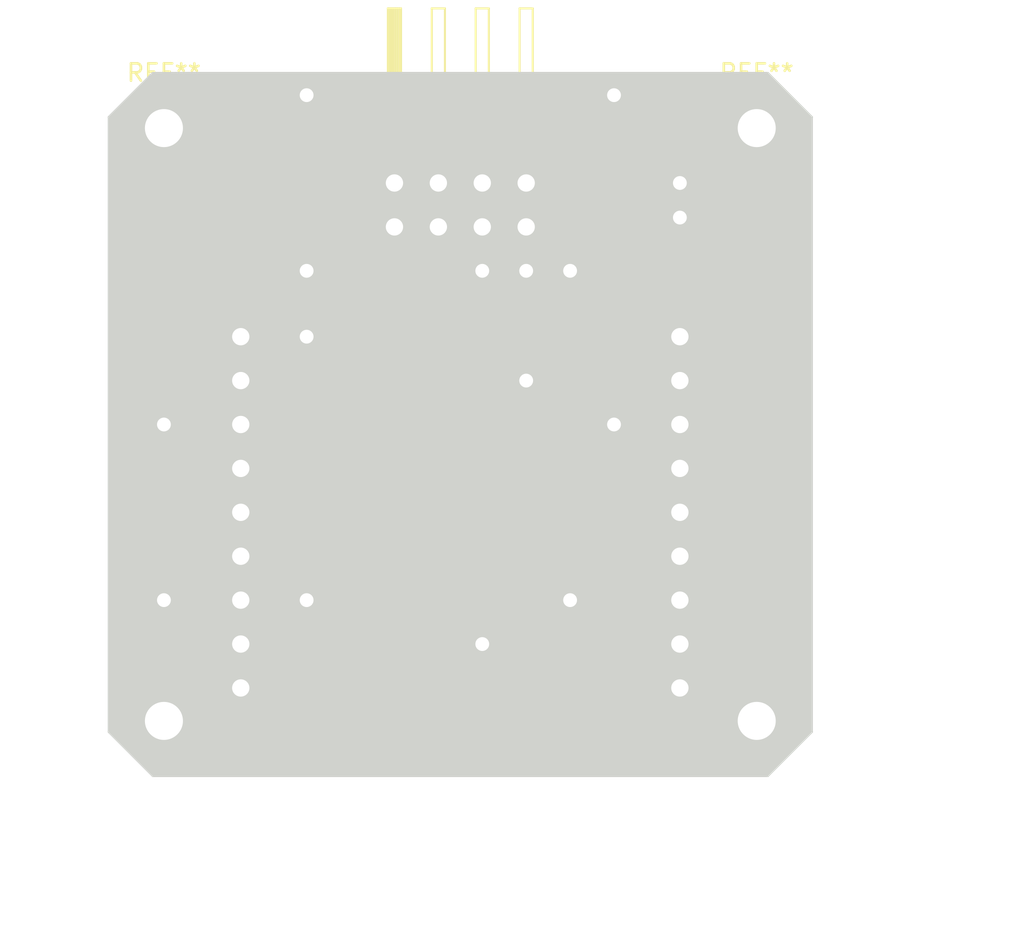
<source format=kicad_pcb>
(kicad_pcb (version 20171130) (host pcbnew "(5.0.0-3-g5ebb6b6)")

  (general
    (thickness 1.6)
    (drawings 12)
    (tracks 69)
    (zones 0)
    (modules 10)
    (nets 9)
  )

  (page A4)
  (layers
    (0 F.Cu signal)
    (31 B.Cu signal)
    (32 B.Adhes user)
    (33 F.Adhes user)
    (34 B.Paste user)
    (35 F.Paste user)
    (36 B.SilkS user)
    (37 F.SilkS user)
    (38 B.Mask user)
    (39 F.Mask user)
    (40 Dwgs.User user)
    (41 Cmts.User user)
    (42 Eco1.User user)
    (43 Eco2.User user)
    (44 Edge.Cuts user)
    (45 Margin user)
    (46 B.CrtYd user)
    (47 F.CrtYd user)
    (48 B.Fab user)
    (49 F.Fab user)
  )

  (setup
    (last_trace_width 0.635)
    (trace_clearance 0.3)
    (zone_clearance 0.508)
    (zone_45_only no)
    (trace_min 0.2)
    (segment_width 0.2)
    (edge_width 0.15)
    (via_size 1.6)
    (via_drill 0.8)
    (via_min_size 0.4)
    (via_min_drill 0.3)
    (uvia_size 0.3)
    (uvia_drill 0.1)
    (uvias_allowed no)
    (uvia_min_size 0.2)
    (uvia_min_drill 0.1)
    (pcb_text_width 0.3)
    (pcb_text_size 1.5 1.5)
    (mod_edge_width 0.15)
    (mod_text_size 1 1)
    (mod_text_width 0.15)
    (pad_size 1.524 1.524)
    (pad_drill 0.762)
    (pad_to_mask_clearance 0.2)
    (aux_axis_origin 88.9 114.3)
    (visible_elements FFFDFF7F)
    (pcbplotparams
      (layerselection 0x01000_fffffffe)
      (usegerberextensions false)
      (usegerberattributes false)
      (usegerberadvancedattributes false)
      (creategerberjobfile false)
      (excludeedgelayer true)
      (linewidth 0.100000)
      (plotframeref false)
      (viasonmask false)
      (mode 1)
      (useauxorigin true)
      (hpglpennumber 1)
      (hpglpenspeed 20)
      (hpglpendiameter 15.000000)
      (psnegative false)
      (psa4output false)
      (plotreference true)
      (plotvalue true)
      (plotinvisibletext false)
      (padsonsilk false)
      (subtractmaskfromsilk false)
      (outputformat 1)
      (mirror false)
      (drillshape 0)
      (scaleselection 1)
      (outputdirectory "./"))
  )

  (net 0 "")
  (net 1 GND)
  (net 2 RST_21002)
  (net 3 INT2_21002)
  (net 4 INT1_21002)
  (net 5 INT2_8700)
  (net 6 INT1_8700)
  (net 7 SDA)
  (net 8 SCL)

  (net_class Default "This is the default net class."
    (clearance 0.3)
    (trace_width 0.635)
    (via_dia 1.6)
    (via_drill 0.8)
    (uvia_dia 0.3)
    (uvia_drill 0.1)
    (add_net GND)
    (add_net INT1_21002)
    (add_net INT1_8700)
    (add_net INT2_21002)
    (add_net INT2_8700)
    (add_net RST_21002)
    (add_net SCL)
    (add_net SDA)
  )

  (module Capacitors_THT:CP_Radial_D5.0mm_P2.00mm (layer F.Cu) (tedit 597BC7C2) (tstamp 5B635839)
    (at 121.92 80.01 270)
    (descr "CP, Radial series, Radial, pin pitch=2.00mm, , diameter=5mm, Electrolytic Capacitor")
    (tags "CP Radial series Radial pin pitch 2.00mm  diameter 5mm Electrolytic Capacitor")
    (path /5B6664FA)
    (fp_text reference C1 (at 1 -3.81 270) (layer F.SilkS)
      (effects (font (size 1 1) (thickness 0.15)))
    )
    (fp_text value 1u (at 1 3.81 270) (layer F.Fab)
      (effects (font (size 1 1) (thickness 0.15)))
    )
    (fp_text user %R (at 1 0 270) (layer F.Fab)
      (effects (font (size 1 1) (thickness 0.15)))
    )
    (fp_line (start 3.85 -2.85) (end -1.85 -2.85) (layer F.CrtYd) (width 0.05))
    (fp_line (start 3.85 2.85) (end 3.85 -2.85) (layer F.CrtYd) (width 0.05))
    (fp_line (start -1.85 2.85) (end 3.85 2.85) (layer F.CrtYd) (width 0.05))
    (fp_line (start -1.85 -2.85) (end -1.85 2.85) (layer F.CrtYd) (width 0.05))
    (fp_line (start -1.6 -0.65) (end -1.6 0.65) (layer F.SilkS) (width 0.12))
    (fp_line (start -2.2 0) (end -1 0) (layer F.SilkS) (width 0.12))
    (fp_line (start 3.561 -0.354) (end 3.561 0.354) (layer F.SilkS) (width 0.12))
    (fp_line (start 3.521 -0.559) (end 3.521 0.559) (layer F.SilkS) (width 0.12))
    (fp_line (start 3.481 -0.707) (end 3.481 0.707) (layer F.SilkS) (width 0.12))
    (fp_line (start 3.441 -0.829) (end 3.441 0.829) (layer F.SilkS) (width 0.12))
    (fp_line (start 3.401 -0.934) (end 3.401 0.934) (layer F.SilkS) (width 0.12))
    (fp_line (start 3.361 -1.028) (end 3.361 1.028) (layer F.SilkS) (width 0.12))
    (fp_line (start 3.321 -1.112) (end 3.321 1.112) (layer F.SilkS) (width 0.12))
    (fp_line (start 3.281 -1.189) (end 3.281 1.189) (layer F.SilkS) (width 0.12))
    (fp_line (start 3.241 -1.261) (end 3.241 1.261) (layer F.SilkS) (width 0.12))
    (fp_line (start 3.201 -1.327) (end 3.201 1.327) (layer F.SilkS) (width 0.12))
    (fp_line (start 3.161 -1.39) (end 3.161 1.39) (layer F.SilkS) (width 0.12))
    (fp_line (start 3.121 -1.448) (end 3.121 1.448) (layer F.SilkS) (width 0.12))
    (fp_line (start 3.081 -1.504) (end 3.081 1.504) (layer F.SilkS) (width 0.12))
    (fp_line (start 3.041 -1.556) (end 3.041 1.556) (layer F.SilkS) (width 0.12))
    (fp_line (start 3.001 -1.606) (end 3.001 1.606) (layer F.SilkS) (width 0.12))
    (fp_line (start 2.961 0.98) (end 2.961 1.654) (layer F.SilkS) (width 0.12))
    (fp_line (start 2.961 -1.654) (end 2.961 -0.98) (layer F.SilkS) (width 0.12))
    (fp_line (start 2.921 0.98) (end 2.921 1.699) (layer F.SilkS) (width 0.12))
    (fp_line (start 2.921 -1.699) (end 2.921 -0.98) (layer F.SilkS) (width 0.12))
    (fp_line (start 2.881 0.98) (end 2.881 1.742) (layer F.SilkS) (width 0.12))
    (fp_line (start 2.881 -1.742) (end 2.881 -0.98) (layer F.SilkS) (width 0.12))
    (fp_line (start 2.841 0.98) (end 2.841 1.783) (layer F.SilkS) (width 0.12))
    (fp_line (start 2.841 -1.783) (end 2.841 -0.98) (layer F.SilkS) (width 0.12))
    (fp_line (start 2.801 0.98) (end 2.801 1.823) (layer F.SilkS) (width 0.12))
    (fp_line (start 2.801 -1.823) (end 2.801 -0.98) (layer F.SilkS) (width 0.12))
    (fp_line (start 2.761 0.98) (end 2.761 1.861) (layer F.SilkS) (width 0.12))
    (fp_line (start 2.761 -1.861) (end 2.761 -0.98) (layer F.SilkS) (width 0.12))
    (fp_line (start 2.721 0.98) (end 2.721 1.897) (layer F.SilkS) (width 0.12))
    (fp_line (start 2.721 -1.897) (end 2.721 -0.98) (layer F.SilkS) (width 0.12))
    (fp_line (start 2.681 0.98) (end 2.681 1.932) (layer F.SilkS) (width 0.12))
    (fp_line (start 2.681 -1.932) (end 2.681 -0.98) (layer F.SilkS) (width 0.12))
    (fp_line (start 2.641 0.98) (end 2.641 1.965) (layer F.SilkS) (width 0.12))
    (fp_line (start 2.641 -1.965) (end 2.641 -0.98) (layer F.SilkS) (width 0.12))
    (fp_line (start 2.601 0.98) (end 2.601 1.997) (layer F.SilkS) (width 0.12))
    (fp_line (start 2.601 -1.997) (end 2.601 -0.98) (layer F.SilkS) (width 0.12))
    (fp_line (start 2.561 0.98) (end 2.561 2.028) (layer F.SilkS) (width 0.12))
    (fp_line (start 2.561 -2.028) (end 2.561 -0.98) (layer F.SilkS) (width 0.12))
    (fp_line (start 2.521 0.98) (end 2.521 2.058) (layer F.SilkS) (width 0.12))
    (fp_line (start 2.521 -2.058) (end 2.521 -0.98) (layer F.SilkS) (width 0.12))
    (fp_line (start 2.481 0.98) (end 2.481 2.086) (layer F.SilkS) (width 0.12))
    (fp_line (start 2.481 -2.086) (end 2.481 -0.98) (layer F.SilkS) (width 0.12))
    (fp_line (start 2.441 0.98) (end 2.441 2.113) (layer F.SilkS) (width 0.12))
    (fp_line (start 2.441 -2.113) (end 2.441 -0.98) (layer F.SilkS) (width 0.12))
    (fp_line (start 2.401 0.98) (end 2.401 2.14) (layer F.SilkS) (width 0.12))
    (fp_line (start 2.401 -2.14) (end 2.401 -0.98) (layer F.SilkS) (width 0.12))
    (fp_line (start 2.361 0.98) (end 2.361 2.165) (layer F.SilkS) (width 0.12))
    (fp_line (start 2.361 -2.165) (end 2.361 -0.98) (layer F.SilkS) (width 0.12))
    (fp_line (start 2.321 0.98) (end 2.321 2.189) (layer F.SilkS) (width 0.12))
    (fp_line (start 2.321 -2.189) (end 2.321 -0.98) (layer F.SilkS) (width 0.12))
    (fp_line (start 2.281 0.98) (end 2.281 2.212) (layer F.SilkS) (width 0.12))
    (fp_line (start 2.281 -2.212) (end 2.281 -0.98) (layer F.SilkS) (width 0.12))
    (fp_line (start 2.241 0.98) (end 2.241 2.234) (layer F.SilkS) (width 0.12))
    (fp_line (start 2.241 -2.234) (end 2.241 -0.98) (layer F.SilkS) (width 0.12))
    (fp_line (start 2.201 0.98) (end 2.201 2.256) (layer F.SilkS) (width 0.12))
    (fp_line (start 2.201 -2.256) (end 2.201 -0.98) (layer F.SilkS) (width 0.12))
    (fp_line (start 2.161 0.98) (end 2.161 2.276) (layer F.SilkS) (width 0.12))
    (fp_line (start 2.161 -2.276) (end 2.161 -0.98) (layer F.SilkS) (width 0.12))
    (fp_line (start 2.121 0.98) (end 2.121 2.296) (layer F.SilkS) (width 0.12))
    (fp_line (start 2.121 -2.296) (end 2.121 -0.98) (layer F.SilkS) (width 0.12))
    (fp_line (start 2.081 0.98) (end 2.081 2.315) (layer F.SilkS) (width 0.12))
    (fp_line (start 2.081 -2.315) (end 2.081 -0.98) (layer F.SilkS) (width 0.12))
    (fp_line (start 2.041 0.98) (end 2.041 2.333) (layer F.SilkS) (width 0.12))
    (fp_line (start 2.041 -2.333) (end 2.041 -0.98) (layer F.SilkS) (width 0.12))
    (fp_line (start 2.001 0.98) (end 2.001 2.35) (layer F.SilkS) (width 0.12))
    (fp_line (start 2.001 -2.35) (end 2.001 -0.98) (layer F.SilkS) (width 0.12))
    (fp_line (start 1.961 0.98) (end 1.961 2.366) (layer F.SilkS) (width 0.12))
    (fp_line (start 1.961 -2.366) (end 1.961 -0.98) (layer F.SilkS) (width 0.12))
    (fp_line (start 1.921 0.98) (end 1.921 2.382) (layer F.SilkS) (width 0.12))
    (fp_line (start 1.921 -2.382) (end 1.921 -0.98) (layer F.SilkS) (width 0.12))
    (fp_line (start 1.881 0.98) (end 1.881 2.396) (layer F.SilkS) (width 0.12))
    (fp_line (start 1.881 -2.396) (end 1.881 -0.98) (layer F.SilkS) (width 0.12))
    (fp_line (start 1.841 0.98) (end 1.841 2.41) (layer F.SilkS) (width 0.12))
    (fp_line (start 1.841 -2.41) (end 1.841 -0.98) (layer F.SilkS) (width 0.12))
    (fp_line (start 1.801 0.98) (end 1.801 2.424) (layer F.SilkS) (width 0.12))
    (fp_line (start 1.801 -2.424) (end 1.801 -0.98) (layer F.SilkS) (width 0.12))
    (fp_line (start 1.761 0.98) (end 1.761 2.436) (layer F.SilkS) (width 0.12))
    (fp_line (start 1.761 -2.436) (end 1.761 -0.98) (layer F.SilkS) (width 0.12))
    (fp_line (start 1.721 0.98) (end 1.721 2.448) (layer F.SilkS) (width 0.12))
    (fp_line (start 1.721 -2.448) (end 1.721 -0.98) (layer F.SilkS) (width 0.12))
    (fp_line (start 1.68 0.98) (end 1.68 2.46) (layer F.SilkS) (width 0.12))
    (fp_line (start 1.68 -2.46) (end 1.68 -0.98) (layer F.SilkS) (width 0.12))
    (fp_line (start 1.64 0.98) (end 1.64 2.47) (layer F.SilkS) (width 0.12))
    (fp_line (start 1.64 -2.47) (end 1.64 -0.98) (layer F.SilkS) (width 0.12))
    (fp_line (start 1.6 0.98) (end 1.6 2.48) (layer F.SilkS) (width 0.12))
    (fp_line (start 1.6 -2.48) (end 1.6 -0.98) (layer F.SilkS) (width 0.12))
    (fp_line (start 1.56 0.98) (end 1.56 2.489) (layer F.SilkS) (width 0.12))
    (fp_line (start 1.56 -2.489) (end 1.56 -0.98) (layer F.SilkS) (width 0.12))
    (fp_line (start 1.52 0.98) (end 1.52 2.498) (layer F.SilkS) (width 0.12))
    (fp_line (start 1.52 -2.498) (end 1.52 -0.98) (layer F.SilkS) (width 0.12))
    (fp_line (start 1.48 0.98) (end 1.48 2.506) (layer F.SilkS) (width 0.12))
    (fp_line (start 1.48 -2.506) (end 1.48 -0.98) (layer F.SilkS) (width 0.12))
    (fp_line (start 1.44 0.98) (end 1.44 2.513) (layer F.SilkS) (width 0.12))
    (fp_line (start 1.44 -2.513) (end 1.44 -0.98) (layer F.SilkS) (width 0.12))
    (fp_line (start 1.4 0.98) (end 1.4 2.519) (layer F.SilkS) (width 0.12))
    (fp_line (start 1.4 -2.519) (end 1.4 -0.98) (layer F.SilkS) (width 0.12))
    (fp_line (start 1.36 0.98) (end 1.36 2.525) (layer F.SilkS) (width 0.12))
    (fp_line (start 1.36 -2.525) (end 1.36 -0.98) (layer F.SilkS) (width 0.12))
    (fp_line (start 1.32 0.98) (end 1.32 2.531) (layer F.SilkS) (width 0.12))
    (fp_line (start 1.32 -2.531) (end 1.32 -0.98) (layer F.SilkS) (width 0.12))
    (fp_line (start 1.28 0.98) (end 1.28 2.535) (layer F.SilkS) (width 0.12))
    (fp_line (start 1.28 -2.535) (end 1.28 -0.98) (layer F.SilkS) (width 0.12))
    (fp_line (start 1.24 0.98) (end 1.24 2.539) (layer F.SilkS) (width 0.12))
    (fp_line (start 1.24 -2.539) (end 1.24 -0.98) (layer F.SilkS) (width 0.12))
    (fp_line (start 1.2 0.98) (end 1.2 2.543) (layer F.SilkS) (width 0.12))
    (fp_line (start 1.2 -2.543) (end 1.2 -0.98) (layer F.SilkS) (width 0.12))
    (fp_line (start 1.16 0.98) (end 1.16 2.546) (layer F.SilkS) (width 0.12))
    (fp_line (start 1.16 -2.546) (end 1.16 -0.98) (layer F.SilkS) (width 0.12))
    (fp_line (start 1.12 0.98) (end 1.12 2.548) (layer F.SilkS) (width 0.12))
    (fp_line (start 1.12 -2.548) (end 1.12 -0.98) (layer F.SilkS) (width 0.12))
    (fp_line (start 1.08 0.98) (end 1.08 2.549) (layer F.SilkS) (width 0.12))
    (fp_line (start 1.08 -2.549) (end 1.08 -0.98) (layer F.SilkS) (width 0.12))
    (fp_line (start 1.04 0.98) (end 1.04 2.55) (layer F.SilkS) (width 0.12))
    (fp_line (start 1.04 -2.55) (end 1.04 -0.98) (layer F.SilkS) (width 0.12))
    (fp_line (start 1 -2.55) (end 1 2.55) (layer F.SilkS) (width 0.12))
    (fp_line (start -1.6 -0.65) (end -1.6 0.65) (layer F.Fab) (width 0.1))
    (fp_line (start -2.2 0) (end -1 0) (layer F.Fab) (width 0.1))
    (fp_circle (center 1 0) (end 3.5 0) (layer F.Fab) (width 0.1))
    (fp_arc (start 1 0) (end 3.30558 -1.18) (angle 54.2) (layer F.SilkS) (width 0.12))
    (fp_arc (start 1 0) (end -1.30558 1.18) (angle -125.8) (layer F.SilkS) (width 0.12))
    (fp_arc (start 1 0) (end -1.30558 -1.18) (angle 125.8) (layer F.SilkS) (width 0.12))
    (pad 2 thru_hole circle (at 2 0 270) (size 1.6 1.6) (drill 0.8) (layers *.Cu *.Mask)
      (net 1 GND))
    (pad 1 thru_hole rect (at 0 0 270) (size 1.6 1.6) (drill 0.8) (layers *.Cu *.Mask)
      (net 2 RST_21002))
    (model ${KISYS3DMOD}/Capacitors_THT.3dshapes/CP_Radial_D5.0mm_P2.00mm.wrl
      (at (xyz 0 0 0))
      (scale (xyz 1 1 1))
      (rotate (xyz 0 0 0))
    )
  )

  (module Pin_Headers:Pin_Header_Straight_1x09_Pitch2.54mm (layer F.Cu) (tedit 59650532) (tstamp 5B6358BF)
    (at 96.52 88.9)
    (descr "Through hole straight pin header, 1x09, 2.54mm pitch, single row")
    (tags "Through hole pin header THT 1x09 2.54mm single row")
    (path /5B336FA0)
    (fp_text reference J2 (at 0 -2.33) (layer F.SilkS)
      (effects (font (size 1 1) (thickness 0.15)))
    )
    (fp_text value AGM01 (at 0 22.65) (layer F.Fab)
      (effects (font (size 1 1) (thickness 0.15)))
    )
    (fp_text user %R (at 0 10.16 90) (layer F.Fab)
      (effects (font (size 1 1) (thickness 0.15)))
    )
    (fp_line (start 1.8 -1.8) (end -1.8 -1.8) (layer F.CrtYd) (width 0.05))
    (fp_line (start 1.8 22.1) (end 1.8 -1.8) (layer F.CrtYd) (width 0.05))
    (fp_line (start -1.8 22.1) (end 1.8 22.1) (layer F.CrtYd) (width 0.05))
    (fp_line (start -1.8 -1.8) (end -1.8 22.1) (layer F.CrtYd) (width 0.05))
    (fp_line (start -1.33 -1.33) (end 0 -1.33) (layer F.SilkS) (width 0.12))
    (fp_line (start -1.33 0) (end -1.33 -1.33) (layer F.SilkS) (width 0.12))
    (fp_line (start -1.33 1.27) (end 1.33 1.27) (layer F.SilkS) (width 0.12))
    (fp_line (start 1.33 1.27) (end 1.33 21.65) (layer F.SilkS) (width 0.12))
    (fp_line (start -1.33 1.27) (end -1.33 21.65) (layer F.SilkS) (width 0.12))
    (fp_line (start -1.33 21.65) (end 1.33 21.65) (layer F.SilkS) (width 0.12))
    (fp_line (start -1.27 -0.635) (end -0.635 -1.27) (layer F.Fab) (width 0.1))
    (fp_line (start -1.27 21.59) (end -1.27 -0.635) (layer F.Fab) (width 0.1))
    (fp_line (start 1.27 21.59) (end -1.27 21.59) (layer F.Fab) (width 0.1))
    (fp_line (start 1.27 -1.27) (end 1.27 21.59) (layer F.Fab) (width 0.1))
    (fp_line (start -0.635 -1.27) (end 1.27 -1.27) (layer F.Fab) (width 0.1))
    (pad 9 thru_hole oval (at 0 20.32) (size 1.7 1.7) (drill 1) (layers *.Cu *.Mask)
      (net 2 RST_21002))
    (pad 8 thru_hole oval (at 0 17.78) (size 1.7 1.7) (drill 1) (layers *.Cu *.Mask))
    (pad 7 thru_hole oval (at 0 15.24) (size 1.7 1.7) (drill 1) (layers *.Cu *.Mask)
      (net 2 RST_21002))
    (pad 6 thru_hole oval (at 0 12.7) (size 1.7 1.7) (drill 1) (layers *.Cu *.Mask))
    (pad 5 thru_hole oval (at 0 10.16) (size 1.7 1.7) (drill 1) (layers *.Cu *.Mask)
      (net 7 SDA))
    (pad 4 thru_hole oval (at 0 7.62) (size 1.7 1.7) (drill 1) (layers *.Cu *.Mask)
      (net 8 SCL))
    (pad 3 thru_hole oval (at 0 5.08) (size 1.7 1.7) (drill 1) (layers *.Cu *.Mask)
      (net 2 RST_21002))
    (pad 2 thru_hole oval (at 0 2.54) (size 1.7 1.7) (drill 1) (layers *.Cu *.Mask)
      (net 1 GND))
    (pad 1 thru_hole rect (at 0 0) (size 1.7 1.7) (drill 1) (layers *.Cu *.Mask)
      (net 2 RST_21002))
    (model ${KISYS3DMOD}/Pin_Headers.3dshapes/Pin_Header_Straight_1x09_Pitch2.54mm.wrl
      (at (xyz 0 0 0))
      (scale (xyz 1 1 1))
      (rotate (xyz 0 0 0))
    )
  )

  (module Pin_Headers:Pin_Header_Straight_1x09_Pitch2.54mm (layer F.Cu) (tedit 59650532) (tstamp 5B6358DC)
    (at 121.92 88.9)
    (descr "Through hole straight pin header, 1x09, 2.54mm pitch, single row")
    (tags "Through hole pin header THT 1x09 2.54mm single row")
    (path /5B337050)
    (fp_text reference J3 (at 0 -2.33) (layer F.SilkS)
      (effects (font (size 1 1) (thickness 0.15)))
    )
    (fp_text value AGM01 (at 0 22.65) (layer F.Fab)
      (effects (font (size 1 1) (thickness 0.15)))
    )
    (fp_line (start -0.635 -1.27) (end 1.27 -1.27) (layer F.Fab) (width 0.1))
    (fp_line (start 1.27 -1.27) (end 1.27 21.59) (layer F.Fab) (width 0.1))
    (fp_line (start 1.27 21.59) (end -1.27 21.59) (layer F.Fab) (width 0.1))
    (fp_line (start -1.27 21.59) (end -1.27 -0.635) (layer F.Fab) (width 0.1))
    (fp_line (start -1.27 -0.635) (end -0.635 -1.27) (layer F.Fab) (width 0.1))
    (fp_line (start -1.33 21.65) (end 1.33 21.65) (layer F.SilkS) (width 0.12))
    (fp_line (start -1.33 1.27) (end -1.33 21.65) (layer F.SilkS) (width 0.12))
    (fp_line (start 1.33 1.27) (end 1.33 21.65) (layer F.SilkS) (width 0.12))
    (fp_line (start -1.33 1.27) (end 1.33 1.27) (layer F.SilkS) (width 0.12))
    (fp_line (start -1.33 0) (end -1.33 -1.33) (layer F.SilkS) (width 0.12))
    (fp_line (start -1.33 -1.33) (end 0 -1.33) (layer F.SilkS) (width 0.12))
    (fp_line (start -1.8 -1.8) (end -1.8 22.1) (layer F.CrtYd) (width 0.05))
    (fp_line (start -1.8 22.1) (end 1.8 22.1) (layer F.CrtYd) (width 0.05))
    (fp_line (start 1.8 22.1) (end 1.8 -1.8) (layer F.CrtYd) (width 0.05))
    (fp_line (start 1.8 -1.8) (end -1.8 -1.8) (layer F.CrtYd) (width 0.05))
    (fp_text user %R (at 0 10.16 90) (layer F.Fab)
      (effects (font (size 1 1) (thickness 0.15)))
    )
    (pad 1 thru_hole rect (at 0 0) (size 1.7 1.7) (drill 1) (layers *.Cu *.Mask)
      (net 6 INT1_8700))
    (pad 2 thru_hole oval (at 0 2.54) (size 1.7 1.7) (drill 1) (layers *.Cu *.Mask))
    (pad 3 thru_hole oval (at 0 5.08) (size 1.7 1.7) (drill 1) (layers *.Cu *.Mask)
      (net 5 INT2_8700))
    (pad 4 thru_hole oval (at 0 7.62) (size 1.7 1.7) (drill 1) (layers *.Cu *.Mask))
    (pad 5 thru_hole oval (at 0 10.16) (size 1.7 1.7) (drill 1) (layers *.Cu *.Mask)
      (net 1 GND))
    (pad 6 thru_hole oval (at 0 12.7) (size 1.7 1.7) (drill 1) (layers *.Cu *.Mask))
    (pad 7 thru_hole oval (at 0 15.24) (size 1.7 1.7) (drill 1) (layers *.Cu *.Mask)
      (net 2 RST_21002))
    (pad 8 thru_hole oval (at 0 17.78) (size 1.7 1.7) (drill 1) (layers *.Cu *.Mask)
      (net 4 INT1_21002))
    (pad 9 thru_hole oval (at 0 20.32) (size 1.7 1.7) (drill 1) (layers *.Cu *.Mask)
      (net 3 INT2_21002))
    (model ${KISYS3DMOD}/Pin_Headers.3dshapes/Pin_Header_Straight_1x09_Pitch2.54mm.wrl
      (at (xyz 0 0 0))
      (scale (xyz 1 1 1))
      (rotate (xyz 0 0 0))
    )
  )

  (module Resistors_THT:R_Axial_DIN0207_L6.3mm_D2.5mm_P10.16mm_Horizontal (layer F.Cu) (tedit 5874F706) (tstamp 5B6358F2)
    (at 100.33 85.09 90)
    (descr "Resistor, Axial_DIN0207 series, Axial, Horizontal, pin pitch=10.16mm, 0.25W = 1/4W, length*diameter=6.3*2.5mm^2, http://cdn-reichelt.de/documents/datenblatt/B400/1_4W%23YAG.pdf")
    (tags "Resistor Axial_DIN0207 series Axial Horizontal pin pitch 10.16mm 0.25W = 1/4W length 6.3mm diameter 2.5mm")
    (path /5B338CC0)
    (fp_text reference R1 (at 5.08 -2.31 90) (layer F.SilkS)
      (effects (font (size 1 1) (thickness 0.15)))
    )
    (fp_text value 1k5 (at 5.08 2.31 90) (layer F.Fab)
      (effects (font (size 1 1) (thickness 0.15)))
    )
    (fp_line (start 1.93 -1.25) (end 1.93 1.25) (layer F.Fab) (width 0.1))
    (fp_line (start 1.93 1.25) (end 8.23 1.25) (layer F.Fab) (width 0.1))
    (fp_line (start 8.23 1.25) (end 8.23 -1.25) (layer F.Fab) (width 0.1))
    (fp_line (start 8.23 -1.25) (end 1.93 -1.25) (layer F.Fab) (width 0.1))
    (fp_line (start 0 0) (end 1.93 0) (layer F.Fab) (width 0.1))
    (fp_line (start 10.16 0) (end 8.23 0) (layer F.Fab) (width 0.1))
    (fp_line (start 1.87 -1.31) (end 1.87 1.31) (layer F.SilkS) (width 0.12))
    (fp_line (start 1.87 1.31) (end 8.29 1.31) (layer F.SilkS) (width 0.12))
    (fp_line (start 8.29 1.31) (end 8.29 -1.31) (layer F.SilkS) (width 0.12))
    (fp_line (start 8.29 -1.31) (end 1.87 -1.31) (layer F.SilkS) (width 0.12))
    (fp_line (start 0.98 0) (end 1.87 0) (layer F.SilkS) (width 0.12))
    (fp_line (start 9.18 0) (end 8.29 0) (layer F.SilkS) (width 0.12))
    (fp_line (start -1.05 -1.6) (end -1.05 1.6) (layer F.CrtYd) (width 0.05))
    (fp_line (start -1.05 1.6) (end 11.25 1.6) (layer F.CrtYd) (width 0.05))
    (fp_line (start 11.25 1.6) (end 11.25 -1.6) (layer F.CrtYd) (width 0.05))
    (fp_line (start 11.25 -1.6) (end -1.05 -1.6) (layer F.CrtYd) (width 0.05))
    (pad 1 thru_hole circle (at 0 0 90) (size 1.6 1.6) (drill 0.8) (layers *.Cu *.Mask)
      (net 2 RST_21002))
    (pad 2 thru_hole oval (at 10.16 0 90) (size 1.6 1.6) (drill 0.8) (layers *.Cu *.Mask)
      (net 7 SDA))
    (model ${KISYS3DMOD}/Resistors_THT.3dshapes/R_Axial_DIN0207_L6.3mm_D2.5mm_P10.16mm_Horizontal.wrl
      (at (xyz 0 0 0))
      (scale (xyz 0.393701 0.393701 0.393701))
      (rotate (xyz 0 0 0))
    )
  )

  (module Resistors_THT:R_Axial_DIN0207_L6.3mm_D2.5mm_P10.16mm_Horizontal (layer F.Cu) (tedit 5874F706) (tstamp 5B635908)
    (at 92.075 104.14 90)
    (descr "Resistor, Axial_DIN0207 series, Axial, Horizontal, pin pitch=10.16mm, 0.25W = 1/4W, length*diameter=6.3*2.5mm^2, http://cdn-reichelt.de/documents/datenblatt/B400/1_4W%23YAG.pdf")
    (tags "Resistor Axial_DIN0207 series Axial Horizontal pin pitch 10.16mm 0.25W = 1/4W length 6.3mm diameter 2.5mm")
    (path /5B338C80)
    (fp_text reference R2 (at 5.08 -2.31 90) (layer F.SilkS)
      (effects (font (size 1 1) (thickness 0.15)))
    )
    (fp_text value 1k5 (at 5.08 2.31 90) (layer F.Fab)
      (effects (font (size 1 1) (thickness 0.15)))
    )
    (fp_line (start 11.25 -1.6) (end -1.05 -1.6) (layer F.CrtYd) (width 0.05))
    (fp_line (start 11.25 1.6) (end 11.25 -1.6) (layer F.CrtYd) (width 0.05))
    (fp_line (start -1.05 1.6) (end 11.25 1.6) (layer F.CrtYd) (width 0.05))
    (fp_line (start -1.05 -1.6) (end -1.05 1.6) (layer F.CrtYd) (width 0.05))
    (fp_line (start 9.18 0) (end 8.29 0) (layer F.SilkS) (width 0.12))
    (fp_line (start 0.98 0) (end 1.87 0) (layer F.SilkS) (width 0.12))
    (fp_line (start 8.29 -1.31) (end 1.87 -1.31) (layer F.SilkS) (width 0.12))
    (fp_line (start 8.29 1.31) (end 8.29 -1.31) (layer F.SilkS) (width 0.12))
    (fp_line (start 1.87 1.31) (end 8.29 1.31) (layer F.SilkS) (width 0.12))
    (fp_line (start 1.87 -1.31) (end 1.87 1.31) (layer F.SilkS) (width 0.12))
    (fp_line (start 10.16 0) (end 8.23 0) (layer F.Fab) (width 0.1))
    (fp_line (start 0 0) (end 1.93 0) (layer F.Fab) (width 0.1))
    (fp_line (start 8.23 -1.25) (end 1.93 -1.25) (layer F.Fab) (width 0.1))
    (fp_line (start 8.23 1.25) (end 8.23 -1.25) (layer F.Fab) (width 0.1))
    (fp_line (start 1.93 1.25) (end 8.23 1.25) (layer F.Fab) (width 0.1))
    (fp_line (start 1.93 -1.25) (end 1.93 1.25) (layer F.Fab) (width 0.1))
    (pad 2 thru_hole oval (at 10.16 0 90) (size 1.6 1.6) (drill 0.8) (layers *.Cu *.Mask)
      (net 8 SCL))
    (pad 1 thru_hole circle (at 0 0 90) (size 1.6 1.6) (drill 0.8) (layers *.Cu *.Mask)
      (net 2 RST_21002))
    (model ${KISYS3DMOD}/Resistors_THT.3dshapes/R_Axial_DIN0207_L6.3mm_D2.5mm_P10.16mm_Horizontal.wrl
      (at (xyz 0 0 0))
      (scale (xyz 0.393701 0.393701 0.393701))
      (rotate (xyz 0 0 0))
    )
  )

  (module Pin_Headers:Pin_Header_Angled_2x04_Pitch2.54mm (layer F.Cu) (tedit 59650532) (tstamp 5B6395F4)
    (at 105.41 82.55 90)
    (descr "Through hole angled pin header, 2x04, 2.54mm pitch, 6mm pin length, double rows")
    (tags "Through hole angled pin header THT 2x04 2.54mm double row")
    (path /5B338B81)
    (fp_text reference J1 (at 5.655 -2.27 90) (layer F.SilkS)
      (effects (font (size 1 1) (thickness 0.15)))
    )
    (fp_text value ARM_HAWK_CONN (at 5.655 9.89 90) (layer F.Fab)
      (effects (font (size 1 1) (thickness 0.15)))
    )
    (fp_text user %R (at 5.31 3.81 180) (layer F.Fab)
      (effects (font (size 1 1) (thickness 0.15)))
    )
    (fp_line (start 13.1 -1.8) (end -1.8 -1.8) (layer F.CrtYd) (width 0.05))
    (fp_line (start 13.1 9.4) (end 13.1 -1.8) (layer F.CrtYd) (width 0.05))
    (fp_line (start -1.8 9.4) (end 13.1 9.4) (layer F.CrtYd) (width 0.05))
    (fp_line (start -1.8 -1.8) (end -1.8 9.4) (layer F.CrtYd) (width 0.05))
    (fp_line (start -1.27 -1.27) (end 0 -1.27) (layer F.SilkS) (width 0.12))
    (fp_line (start -1.27 0) (end -1.27 -1.27) (layer F.SilkS) (width 0.12))
    (fp_line (start 1.042929 8) (end 1.497071 8) (layer F.SilkS) (width 0.12))
    (fp_line (start 1.042929 7.24) (end 1.497071 7.24) (layer F.SilkS) (width 0.12))
    (fp_line (start 3.582929 8) (end 3.98 8) (layer F.SilkS) (width 0.12))
    (fp_line (start 3.582929 7.24) (end 3.98 7.24) (layer F.SilkS) (width 0.12))
    (fp_line (start 12.64 8) (end 6.64 8) (layer F.SilkS) (width 0.12))
    (fp_line (start 12.64 7.24) (end 12.64 8) (layer F.SilkS) (width 0.12))
    (fp_line (start 6.64 7.24) (end 12.64 7.24) (layer F.SilkS) (width 0.12))
    (fp_line (start 3.98 6.35) (end 6.64 6.35) (layer F.SilkS) (width 0.12))
    (fp_line (start 1.042929 5.46) (end 1.497071 5.46) (layer F.SilkS) (width 0.12))
    (fp_line (start 1.042929 4.7) (end 1.497071 4.7) (layer F.SilkS) (width 0.12))
    (fp_line (start 3.582929 5.46) (end 3.98 5.46) (layer F.SilkS) (width 0.12))
    (fp_line (start 3.582929 4.7) (end 3.98 4.7) (layer F.SilkS) (width 0.12))
    (fp_line (start 12.64 5.46) (end 6.64 5.46) (layer F.SilkS) (width 0.12))
    (fp_line (start 12.64 4.7) (end 12.64 5.46) (layer F.SilkS) (width 0.12))
    (fp_line (start 6.64 4.7) (end 12.64 4.7) (layer F.SilkS) (width 0.12))
    (fp_line (start 3.98 3.81) (end 6.64 3.81) (layer F.SilkS) (width 0.12))
    (fp_line (start 1.042929 2.92) (end 1.497071 2.92) (layer F.SilkS) (width 0.12))
    (fp_line (start 1.042929 2.16) (end 1.497071 2.16) (layer F.SilkS) (width 0.12))
    (fp_line (start 3.582929 2.92) (end 3.98 2.92) (layer F.SilkS) (width 0.12))
    (fp_line (start 3.582929 2.16) (end 3.98 2.16) (layer F.SilkS) (width 0.12))
    (fp_line (start 12.64 2.92) (end 6.64 2.92) (layer F.SilkS) (width 0.12))
    (fp_line (start 12.64 2.16) (end 12.64 2.92) (layer F.SilkS) (width 0.12))
    (fp_line (start 6.64 2.16) (end 12.64 2.16) (layer F.SilkS) (width 0.12))
    (fp_line (start 3.98 1.27) (end 6.64 1.27) (layer F.SilkS) (width 0.12))
    (fp_line (start 1.11 0.38) (end 1.497071 0.38) (layer F.SilkS) (width 0.12))
    (fp_line (start 1.11 -0.38) (end 1.497071 -0.38) (layer F.SilkS) (width 0.12))
    (fp_line (start 3.582929 0.38) (end 3.98 0.38) (layer F.SilkS) (width 0.12))
    (fp_line (start 3.582929 -0.38) (end 3.98 -0.38) (layer F.SilkS) (width 0.12))
    (fp_line (start 6.64 0.28) (end 12.64 0.28) (layer F.SilkS) (width 0.12))
    (fp_line (start 6.64 0.16) (end 12.64 0.16) (layer F.SilkS) (width 0.12))
    (fp_line (start 6.64 0.04) (end 12.64 0.04) (layer F.SilkS) (width 0.12))
    (fp_line (start 6.64 -0.08) (end 12.64 -0.08) (layer F.SilkS) (width 0.12))
    (fp_line (start 6.64 -0.2) (end 12.64 -0.2) (layer F.SilkS) (width 0.12))
    (fp_line (start 6.64 -0.32) (end 12.64 -0.32) (layer F.SilkS) (width 0.12))
    (fp_line (start 12.64 0.38) (end 6.64 0.38) (layer F.SilkS) (width 0.12))
    (fp_line (start 12.64 -0.38) (end 12.64 0.38) (layer F.SilkS) (width 0.12))
    (fp_line (start 6.64 -0.38) (end 12.64 -0.38) (layer F.SilkS) (width 0.12))
    (fp_line (start 6.64 -1.33) (end 3.98 -1.33) (layer F.SilkS) (width 0.12))
    (fp_line (start 6.64 8.95) (end 6.64 -1.33) (layer F.SilkS) (width 0.12))
    (fp_line (start 3.98 8.95) (end 6.64 8.95) (layer F.SilkS) (width 0.12))
    (fp_line (start 3.98 -1.33) (end 3.98 8.95) (layer F.SilkS) (width 0.12))
    (fp_line (start 6.58 7.94) (end 12.58 7.94) (layer F.Fab) (width 0.1))
    (fp_line (start 12.58 7.3) (end 12.58 7.94) (layer F.Fab) (width 0.1))
    (fp_line (start 6.58 7.3) (end 12.58 7.3) (layer F.Fab) (width 0.1))
    (fp_line (start -0.32 7.94) (end 4.04 7.94) (layer F.Fab) (width 0.1))
    (fp_line (start -0.32 7.3) (end -0.32 7.94) (layer F.Fab) (width 0.1))
    (fp_line (start -0.32 7.3) (end 4.04 7.3) (layer F.Fab) (width 0.1))
    (fp_line (start 6.58 5.4) (end 12.58 5.4) (layer F.Fab) (width 0.1))
    (fp_line (start 12.58 4.76) (end 12.58 5.4) (layer F.Fab) (width 0.1))
    (fp_line (start 6.58 4.76) (end 12.58 4.76) (layer F.Fab) (width 0.1))
    (fp_line (start -0.32 5.4) (end 4.04 5.4) (layer F.Fab) (width 0.1))
    (fp_line (start -0.32 4.76) (end -0.32 5.4) (layer F.Fab) (width 0.1))
    (fp_line (start -0.32 4.76) (end 4.04 4.76) (layer F.Fab) (width 0.1))
    (fp_line (start 6.58 2.86) (end 12.58 2.86) (layer F.Fab) (width 0.1))
    (fp_line (start 12.58 2.22) (end 12.58 2.86) (layer F.Fab) (width 0.1))
    (fp_line (start 6.58 2.22) (end 12.58 2.22) (layer F.Fab) (width 0.1))
    (fp_line (start -0.32 2.86) (end 4.04 2.86) (layer F.Fab) (width 0.1))
    (fp_line (start -0.32 2.22) (end -0.32 2.86) (layer F.Fab) (width 0.1))
    (fp_line (start -0.32 2.22) (end 4.04 2.22) (layer F.Fab) (width 0.1))
    (fp_line (start 6.58 0.32) (end 12.58 0.32) (layer F.Fab) (width 0.1))
    (fp_line (start 12.58 -0.32) (end 12.58 0.32) (layer F.Fab) (width 0.1))
    (fp_line (start 6.58 -0.32) (end 12.58 -0.32) (layer F.Fab) (width 0.1))
    (fp_line (start -0.32 0.32) (end 4.04 0.32) (layer F.Fab) (width 0.1))
    (fp_line (start -0.32 -0.32) (end -0.32 0.32) (layer F.Fab) (width 0.1))
    (fp_line (start -0.32 -0.32) (end 4.04 -0.32) (layer F.Fab) (width 0.1))
    (fp_line (start 4.04 -0.635) (end 4.675 -1.27) (layer F.Fab) (width 0.1))
    (fp_line (start 4.04 8.89) (end 4.04 -0.635) (layer F.Fab) (width 0.1))
    (fp_line (start 6.58 8.89) (end 4.04 8.89) (layer F.Fab) (width 0.1))
    (fp_line (start 6.58 -1.27) (end 6.58 8.89) (layer F.Fab) (width 0.1))
    (fp_line (start 4.675 -1.27) (end 6.58 -1.27) (layer F.Fab) (width 0.1))
    (pad 8 thru_hole oval (at 2.54 7.62 90) (size 1.7 1.7) (drill 1) (layers *.Cu *.Mask)
      (net 2 RST_21002))
    (pad 7 thru_hole oval (at 0 7.62 90) (size 1.7 1.7) (drill 1) (layers *.Cu *.Mask)
      (net 1 GND))
    (pad 6 thru_hole oval (at 2.54 5.08 90) (size 1.7 1.7) (drill 1) (layers *.Cu *.Mask)
      (net 3 INT2_21002))
    (pad 5 thru_hole oval (at 0 5.08 90) (size 1.7 1.7) (drill 1) (layers *.Cu *.Mask)
      (net 4 INT1_21002))
    (pad 4 thru_hole oval (at 2.54 2.54 90) (size 1.7 1.7) (drill 1) (layers *.Cu *.Mask)
      (net 5 INT2_8700))
    (pad 3 thru_hole oval (at 0 2.54 90) (size 1.7 1.7) (drill 1) (layers *.Cu *.Mask)
      (net 6 INT1_8700))
    (pad 2 thru_hole oval (at 2.54 0 90) (size 1.7 1.7) (drill 1) (layers *.Cu *.Mask)
      (net 7 SDA))
    (pad 1 thru_hole rect (at 0 0 90) (size 1.7 1.7) (drill 1) (layers *.Cu *.Mask)
      (net 8 SCL))
    (model ${KISYS3DMOD}/Pin_Headers.3dshapes/Pin_Header_Angled_2x04_Pitch2.54mm.wrl
      (at (xyz 0 0 0))
      (scale (xyz 1 1 1))
      (rotate (xyz 0 0 0))
    )
  )

  (module Mounting_Holes:MountingHole_2.2mm_M2 (layer F.Cu) (tedit 56D1B4CB) (tstamp 5B640FDD)
    (at 126.365 76.835)
    (descr "Mounting Hole 2.2mm, no annular, M2")
    (tags "mounting hole 2.2mm no annular m2")
    (attr virtual)
    (fp_text reference REF** (at 0 -3.2) (layer F.SilkS)
      (effects (font (size 1 1) (thickness 0.15)))
    )
    (fp_text value MountingHole_2.2mm_M2 (at 0 3.2) (layer F.Fab)
      (effects (font (size 1 1) (thickness 0.15)))
    )
    (fp_text user %R (at 0.3 0) (layer F.Fab)
      (effects (font (size 1 1) (thickness 0.15)))
    )
    (fp_circle (center 0 0) (end 2.2 0) (layer Cmts.User) (width 0.15))
    (fp_circle (center 0 0) (end 2.45 0) (layer F.CrtYd) (width 0.05))
    (pad 1 np_thru_hole circle (at 0 0) (size 2.2 2.2) (drill 2.2) (layers *.Cu *.Mask))
  )

  (module Mounting_Holes:MountingHole_2.2mm_M2 (layer F.Cu) (tedit 56D1B4CB) (tstamp 5B641101)
    (at 92.075 76.835)
    (descr "Mounting Hole 2.2mm, no annular, M2")
    (tags "mounting hole 2.2mm no annular m2")
    (attr virtual)
    (fp_text reference REF** (at 0 -3.2) (layer F.SilkS)
      (effects (font (size 1 1) (thickness 0.15)))
    )
    (fp_text value MountingHole_2.2mm_M2 (at 0 3.2) (layer F.Fab)
      (effects (font (size 1 1) (thickness 0.15)))
    )
    (fp_text user %R (at 0.3 0) (layer F.Fab)
      (effects (font (size 1 1) (thickness 0.15)))
    )
    (fp_circle (center 0 0) (end 2.2 0) (layer Cmts.User) (width 0.15))
    (fp_circle (center 0 0) (end 2.45 0) (layer F.CrtYd) (width 0.05))
    (pad 1 np_thru_hole circle (at 0 0) (size 2.2 2.2) (drill 2.2) (layers *.Cu *.Mask))
  )

  (module Mounting_Holes:MountingHole_2.2mm_M2 (layer F.Cu) (tedit 56D1B4CB) (tstamp 5B641137)
    (at 92.075 111.125)
    (descr "Mounting Hole 2.2mm, no annular, M2")
    (tags "mounting hole 2.2mm no annular m2")
    (attr virtual)
    (fp_text reference REF** (at 0 -3.2) (layer F.SilkS)
      (effects (font (size 1 1) (thickness 0.15)))
    )
    (fp_text value MountingHole_2.2mm_M2 (at 0 3.2) (layer F.Fab)
      (effects (font (size 1 1) (thickness 0.15)))
    )
    (fp_text user %R (at 0.3 0) (layer F.Fab)
      (effects (font (size 1 1) (thickness 0.15)))
    )
    (fp_circle (center 0 0) (end 2.2 0) (layer Cmts.User) (width 0.15))
    (fp_circle (center 0 0) (end 2.45 0) (layer F.CrtYd) (width 0.05))
    (pad 1 np_thru_hole circle (at 0 0) (size 2.2 2.2) (drill 2.2) (layers *.Cu *.Mask))
  )

  (module Mounting_Holes:MountingHole_2.2mm_M2 (layer F.Cu) (tedit 56D1B4CB) (tstamp 5B64119E)
    (at 126.365 111.125)
    (descr "Mounting Hole 2.2mm, no annular, M2")
    (tags "mounting hole 2.2mm no annular m2")
    (attr virtual)
    (fp_text reference REF** (at 0 -3.2) (layer F.SilkS)
      (effects (font (size 1 1) (thickness 0.15)))
    )
    (fp_text value MountingHole_2.2mm_M2 (at 0 3.2) (layer F.Fab)
      (effects (font (size 1 1) (thickness 0.15)))
    )
    (fp_text user %R (at 0.3 0) (layer F.Fab)
      (effects (font (size 1 1) (thickness 0.15)))
    )
    (fp_circle (center 0 0) (end 2.2 0) (layer Cmts.User) (width 0.15))
    (fp_circle (center 0 0) (end 2.45 0) (layer F.CrtYd) (width 0.05))
    (pad 1 np_thru_hole circle (at 0 0) (size 2.2 2.2) (drill 2.2) (layers *.Cu *.Mask))
  )

  (dimension 40.64 (width 0.3) (layer Cmts.User)
    (gr_text "40.640 mm" (at 109.22 124.655) (layer Cmts.User)
      (effects (font (size 1.5 1.5) (thickness 0.3)))
    )
    (feature1 (pts (xy 129.54 111.76) (xy 129.54 123.141421)))
    (feature2 (pts (xy 88.9 111.76) (xy 88.9 123.141421)))
    (crossbar (pts (xy 88.9 122.555) (xy 129.54 122.555)))
    (arrow1a (pts (xy 129.54 122.555) (xy 128.413496 123.141421)))
    (arrow1b (pts (xy 129.54 122.555) (xy 128.413496 121.968579)))
    (arrow2a (pts (xy 88.9 122.555) (xy 90.026504 123.141421)))
    (arrow2b (pts (xy 88.9 122.555) (xy 90.026504 121.968579)))
  )
  (dimension 34.29 (width 0.3) (layer Cmts.User)
    (gr_text "34.290 mm" (at 109.22 119.575) (layer Cmts.User)
      (effects (font (size 1.5 1.5) (thickness 0.3)))
    )
    (feature1 (pts (xy 126.365 111.125) (xy 126.365 118.061421)))
    (feature2 (pts (xy 92.075 111.125) (xy 92.075 118.061421)))
    (crossbar (pts (xy 92.075 117.475) (xy 126.365 117.475)))
    (arrow1a (pts (xy 126.365 117.475) (xy 125.238496 118.061421)))
    (arrow1b (pts (xy 126.365 117.475) (xy 125.238496 116.888579)))
    (arrow2a (pts (xy 92.075 117.475) (xy 93.201504 118.061421)))
    (arrow2b (pts (xy 92.075 117.475) (xy 93.201504 116.888579)))
  )
  (dimension 40.64 (width 0.3) (layer Cmts.User)
    (gr_text "40.640 mm" (at 139.895 93.98 90) (layer Cmts.User)
      (effects (font (size 1.5 1.5) (thickness 0.3)))
    )
    (feature1 (pts (xy 127 73.66) (xy 138.381421 73.66)))
    (feature2 (pts (xy 127 114.3) (xy 138.381421 114.3)))
    (crossbar (pts (xy 137.795 114.3) (xy 137.795 73.66)))
    (arrow1a (pts (xy 137.795 73.66) (xy 138.381421 74.786504)))
    (arrow1b (pts (xy 137.795 73.66) (xy 137.208579 74.786504)))
    (arrow2a (pts (xy 137.795 114.3) (xy 138.381421 113.173496)))
    (arrow2b (pts (xy 137.795 114.3) (xy 137.208579 113.173496)))
  )
  (dimension 34.29 (width 0.3) (layer Cmts.User)
    (gr_text "34.290 mm" (at 134.815 93.98 90) (layer Cmts.User)
      (effects (font (size 1.5 1.5) (thickness 0.3)))
    )
    (feature1 (pts (xy 126.365 76.835) (xy 133.301421 76.835)))
    (feature2 (pts (xy 126.365 111.125) (xy 133.301421 111.125)))
    (crossbar (pts (xy 132.715 111.125) (xy 132.715 76.835)))
    (arrow1a (pts (xy 132.715 76.835) (xy 133.301421 77.961504)))
    (arrow1b (pts (xy 132.715 76.835) (xy 132.128579 77.961504)))
    (arrow2a (pts (xy 132.715 111.125) (xy 133.301421 109.998496)))
    (arrow2b (pts (xy 132.715 111.125) (xy 132.128579 109.998496)))
  )
  (gr_line (start 91.44 114.3) (end 88.9 111.76) (angle 90) (layer Edge.Cuts) (width 0.15))
  (gr_line (start 127 114.3) (end 91.44 114.3) (angle 90) (layer Edge.Cuts) (width 0.15))
  (gr_line (start 129.54 111.76) (end 127 114.3) (angle 90) (layer Edge.Cuts) (width 0.15))
  (gr_line (start 129.54 76.2) (end 129.54 111.76) (angle 90) (layer Edge.Cuts) (width 0.15))
  (gr_line (start 88.9 76.2) (end 88.9 111.76) (angle 90) (layer Edge.Cuts) (width 0.15))
  (gr_line (start 127 73.66) (end 129.54 76.2) (angle 90) (layer Edge.Cuts) (width 0.15))
  (gr_line (start 91.44 73.66) (end 127 73.66) (angle 90) (layer Edge.Cuts) (width 0.15))
  (gr_line (start 88.9 76.2) (end 91.44 73.66) (angle 90) (layer Edge.Cuts) (width 0.15))

  (segment (start 113.03 82.55) (end 113.03 85.09) (width 0.635) (layer B.Cu) (net 1) (status 400000))
  (segment (start 114.3 99.06) (end 121.92 99.06) (width 0.635) (layer B.Cu) (net 1) (tstamp 5B63AC1B) (status 800000))
  (segment (start 113.03 97.79) (end 114.3 99.06) (width 0.635) (layer B.Cu) (net 1) (tstamp 5B63AC1A))
  (segment (start 113.03 91.44) (end 113.03 97.79) (width 0.635) (layer B.Cu) (net 1) (tstamp 5B63AC19))
  (via (at 113.03 91.44) (size 1.6) (drill 0.8) (layers F.Cu B.Cu) (net 1))
  (segment (start 113.03 85.09) (end 113.03 91.44) (width 0.635) (layer F.Cu) (net 1) (tstamp 5B63AC16))
  (via (at 113.03 85.09) (size 1.6) (drill 0.8) (layers F.Cu B.Cu) (net 1))
  (segment (start 113.03 91.44) (end 96.52 91.44) (width 0.635) (layer B.Cu) (net 1) (status 800000))
  (segment (start 113.03 85.09) (end 113.03 86.36) (width 0.635) (layer B.Cu) (net 1) (tstamp 5B63C578))
  (segment (start 121.92 82.55) (end 121.92 82.01) (width 0.635) (layer B.Cu) (net 1) (tstamp 5B6417A3) (status C00000))
  (segment (start 116.84 87.63) (end 121.92 82.55) (width 0.635) (layer B.Cu) (net 1) (status 800000))
  (segment (start 116.84 87.63) (end 114.3 87.63) (width 0.635) (layer B.Cu) (net 1) (tstamp 5B63C575))
  (segment (start 114.3 87.63) (end 113.03 86.36) (width 0.635) (layer B.Cu) (net 1) (tstamp 5B63C577))
  (segment (start 121.92 104.14) (end 115.57 104.14) (width 0.635) (layer B.Cu) (net 2) (status 400000))
  (segment (start 115.57 104.14) (end 100.33 104.14) (width 0.635) (layer B.Cu) (net 2) (tstamp 5B63AC32))
  (via (at 115.57 104.14) (size 1.6) (drill 0.8) (layers F.Cu B.Cu) (net 2))
  (segment (start 115.57 80.01) (end 115.57 85.09) (width 0.635) (layer B.Cu) (net 2))
  (via (at 115.57 85.09) (size 1.6) (drill 0.8) (layers F.Cu B.Cu) (net 2))
  (segment (start 115.57 85.09) (end 115.57 104.14) (width 0.635) (layer F.Cu) (net 2) (tstamp 5B63AC2D))
  (segment (start 96.52 109.22) (end 97.79 109.22) (width 0.635) (layer B.Cu) (net 2) (status 400000))
  (segment (start 100.33 107.95) (end 100.33 104.14) (width 0.635) (layer B.Cu) (net 2) (tstamp 5B63B98B))
  (segment (start 99.06 109.22) (end 100.33 107.95) (width 0.635) (layer B.Cu) (net 2) (tstamp 5B63B98A))
  (segment (start 97.79 109.22) (end 99.06 109.22) (width 0.635) (layer B.Cu) (net 2))
  (segment (start 96.52 88.9) (end 100.33 88.9) (width 0.635) (layer B.Cu) (net 2) (status 400000))
  (via (at 100.33 104.14) (size 1.6) (drill 0.8) (layers F.Cu B.Cu) (net 2))
  (segment (start 100.33 88.9) (end 100.33 104.14) (width 0.635) (layer F.Cu) (net 2) (tstamp 5B63B981))
  (via (at 100.33 88.9) (size 1.6) (drill 0.8) (layers F.Cu B.Cu) (net 2))
  (segment (start 96.52 104.14) (end 100.33 104.14) (width 0.635) (layer B.Cu) (net 2) (status 400000))
  (segment (start 96.52 93.98) (end 99.06 93.98) (width 0.635) (layer B.Cu) (net 2) (status 400000))
  (segment (start 100.33 95.25) (end 100.33 104.14) (width 0.635) (layer B.Cu) (net 2) (tstamp 5B63B993))
  (segment (start 99.06 93.98) (end 100.33 95.25) (width 0.635) (layer B.Cu) (net 2) (tstamp 5B63B992))
  (segment (start 113.03 80.01) (end 115.57 80.01) (width 0.635) (layer B.Cu) (net 2) (status 400000))
  (segment (start 100.33 85.09) (end 100.33 88.9) (width 0.635) (layer B.Cu) (net 2) (status 400000))
  (segment (start 92.075 104.14) (end 96.52 104.14) (width 0.635) (layer B.Cu) (net 2) (status C00010))
  (segment (start 115.57 80.01) (end 121.92 80.01) (width 0.635) (layer B.Cu) (net 2) (status 800000))
  (segment (start 110.49 80.01) (end 110.49 78.74) (width 0.635) (layer B.Cu) (net 3) (status 400000))
  (segment (start 125.73 106.68) (end 123.19 109.22) (width 0.635) (layer B.Cu) (net 3))
  (segment (start 123.19 109.22) (end 121.92 109.22) (width 0.635) (layer B.Cu) (net 3) (tstamp 5B63ABE7) (status 800000))
  (segment (start 110.49 78.74) (end 111.76 77.47) (width 0.635) (layer B.Cu) (net 3) (tstamp 5B63ABE0))
  (segment (start 111.76 77.47) (end 123.19 77.47) (width 0.635) (layer B.Cu) (net 3))
  (segment (start 123.19 77.47) (end 125.73 80.01) (width 0.635) (layer B.Cu) (net 3) (tstamp 5B64182E))
  (segment (start 125.73 80.01) (end 125.73 106.68) (width 0.635) (layer B.Cu) (net 3) (tstamp 5B641830))
  (segment (start 110.49 82.55) (end 110.49 85.09) (width 0.635) (layer B.Cu) (net 4) (status 400000))
  (segment (start 110.49 106.68) (end 121.92 106.68) (width 0.635) (layer B.Cu) (net 4) (tstamp 5B63AC11) (status 800000))
  (via (at 110.49 106.68) (size 1.6) (drill 0.8) (layers F.Cu B.Cu) (net 4))
  (segment (start 110.49 85.09) (end 110.49 106.68) (width 0.635) (layer F.Cu) (net 4) (tstamp 5B63AC0E))
  (via (at 110.49 85.09) (size 1.6) (drill 0.8) (layers F.Cu B.Cu) (net 4))
  (segment (start 107.95 80.01) (end 107.95 78.74) (width 0.635) (layer B.Cu) (net 5) (status 400000))
  (segment (start 118.11 93.98) (end 121.92 93.98) (width 0.635) (layer B.Cu) (net 5) (tstamp 5B63AC27) (status 800000))
  (via (at 118.11 93.98) (size 1.6) (drill 0.8) (layers F.Cu B.Cu) (net 5))
  (segment (start 118.11 74.93) (end 118.11 93.98) (width 0.635) (layer F.Cu) (net 5) (tstamp 5B63AC24))
  (via (at 118.11 74.93) (size 1.6) (drill 0.8) (layers F.Cu B.Cu) (net 5))
  (segment (start 111.76 74.93) (end 118.11 74.93) (width 0.635) (layer B.Cu) (net 5) (tstamp 5B63AC21))
  (segment (start 107.95 78.74) (end 111.76 74.93) (width 0.635) (layer B.Cu) (net 5) (tstamp 5B63AC20))
  (segment (start 121.92 88.9) (end 109.22 88.9) (width 0.635) (layer B.Cu) (net 6) (status 400000))
  (segment (start 107.95 87.63) (end 107.95 82.55) (width 0.635) (layer B.Cu) (net 6) (tstamp 5B63AC09) (status 800000))
  (segment (start 109.22 88.9) (end 107.95 87.63) (width 0.635) (layer B.Cu) (net 6) (tstamp 5B63AC08))
  (segment (start 105.41 80.01) (end 100.33 80.01) (width 0.635) (layer B.Cu) (net 7) (status 400000))
  (segment (start 100.33 74.93) (end 100.33 80.01) (width 0.635) (layer B.Cu) (net 7) (status 400000))
  (segment (start 96.52 99.06) (end 93.98 99.06) (width 0.635) (layer B.Cu) (net 7) (status 400000))
  (segment (start 97.79 80.01) (end 100.33 80.01) (width 0.635) (layer B.Cu) (net 7))
  (segment (start 93.98 99.06) (end 90.17 95.25) (width 0.635) (layer B.Cu) (net 7) (tstamp 5B63CCEF))
  (segment (start 90.17 95.25) (end 90.17 87.63) (width 0.635) (layer B.Cu) (net 7) (tstamp 5B63CCF1))
  (segment (start 90.17 87.63) (end 97.79 80.01) (width 0.635) (layer B.Cu) (net 7) (tstamp 5B63CCF3))
  (segment (start 105.41 82.55) (end 97.79 82.55) (width 0.635) (layer B.Cu) (net 8) (status 400000))
  (segment (start 92.075 88.265) (end 92.075 93.98) (width 0.635) (layer B.Cu) (net 8) (tstamp 5B641B30) (status 800000))
  (segment (start 97.79 82.55) (end 92.075 88.265) (width 0.635) (layer B.Cu) (net 8))
  (segment (start 96.52 96.52) (end 94.615 96.52) (width 0.635) (layer B.Cu) (net 8) (status 400000))
  (segment (start 94.615 96.52) (end 92.075 93.98) (width 0.635) (layer B.Cu) (net 8) (tstamp 5B641B35) (status 800000))

  (zone (net 0) (net_name "") (layer Edge.Cuts) (tstamp 5B64CD63) (hatch edge 0.508)
    (connect_pads (clearance 0.508))
    (min_thickness 0.254)
    (fill yes (arc_segments 16) (thermal_gap 0.508) (thermal_bridge_width 0.508))
    (polygon
      (pts
        (xy 91.44 114.3) (xy 127 114.3) (xy 129.54 111.76) (xy 129.54 76.2) (xy 127 73.66)
        (xy 91.44 73.66) (xy 88.9 76.2) (xy 88.9 111.76)
      )
    )
    (filled_polygon
      (pts
        (xy 129.413 76.252606) (xy 129.413 111.707394) (xy 126.947394 114.173) (xy 91.492606 114.173) (xy 89.027 111.707394)
        (xy 89.027 76.252606) (xy 91.492606 73.787) (xy 126.947394 73.787)
      )
    )
  )
)

</source>
